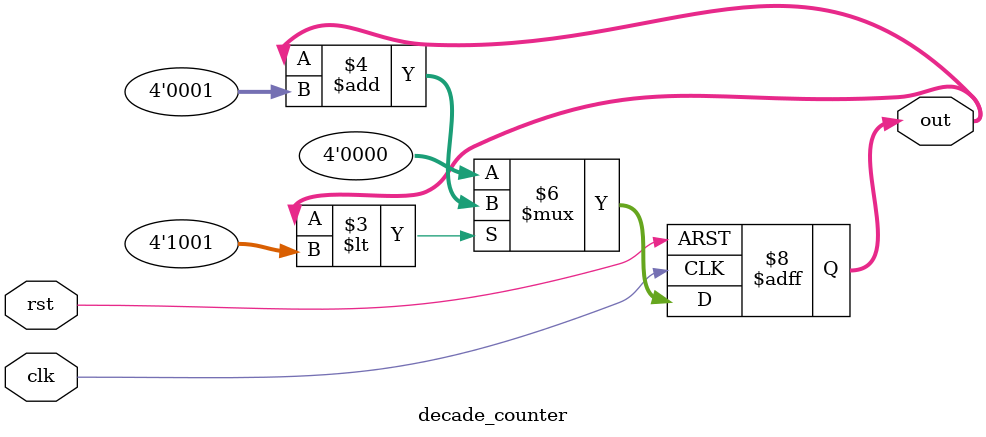
<source format=v>
module decade_counter(clk,rst,out);
  input clk,rst;
  output reg [3:0] out;
  
  
  always@(negedge clk or negedge rst)
    begin

      if(!rst) 
		  out <= 0; 
        
      else if(out < 4'd9)
        out <= out + 4'd1;
      
      else 
        out <= 0;
        
    end
endmodule
</source>
